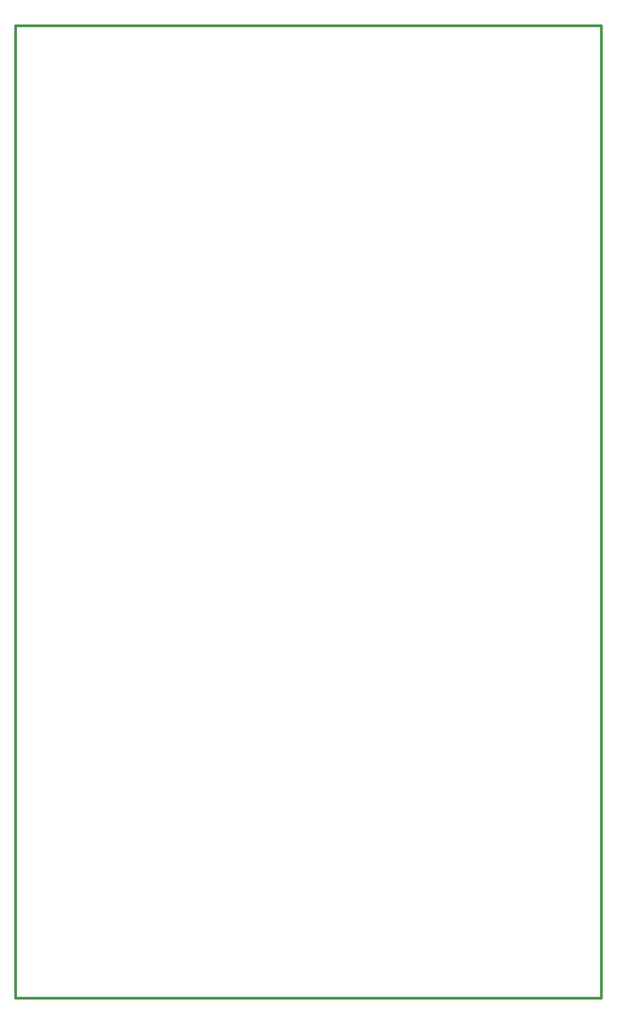
<source format=gbr>
G04 DesignSpark PCB Gerber Version 9.0 Build 5138 *
%FSLAX35Y35*%
%MOIN*%
%ADD141C,0.01200*%
X0Y0D02*
D02*
D141*
X288100Y478100D02*
Y600D01*
X600*
Y478100*
X288100*
X0Y0D02*
M02*

</source>
